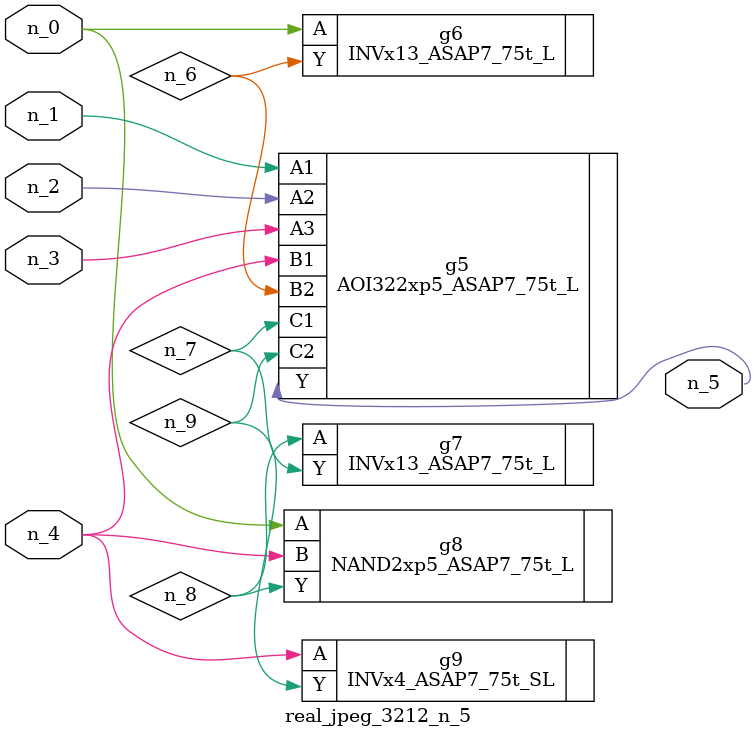
<source format=v>
module real_jpeg_3212_n_5 (n_4, n_0, n_1, n_2, n_3, n_5);

input n_4;
input n_0;
input n_1;
input n_2;
input n_3;

output n_5;

wire n_8;
wire n_6;
wire n_7;
wire n_9;

INVx13_ASAP7_75t_L g6 ( 
.A(n_0),
.Y(n_6)
);

NAND2xp5_ASAP7_75t_L g8 ( 
.A(n_0),
.B(n_4),
.Y(n_8)
);

AOI322xp5_ASAP7_75t_L g5 ( 
.A1(n_1),
.A2(n_2),
.A3(n_3),
.B1(n_4),
.B2(n_6),
.C1(n_7),
.C2(n_9),
.Y(n_5)
);

INVx4_ASAP7_75t_SL g9 ( 
.A(n_4),
.Y(n_9)
);

INVx13_ASAP7_75t_L g7 ( 
.A(n_8),
.Y(n_7)
);


endmodule
</source>
